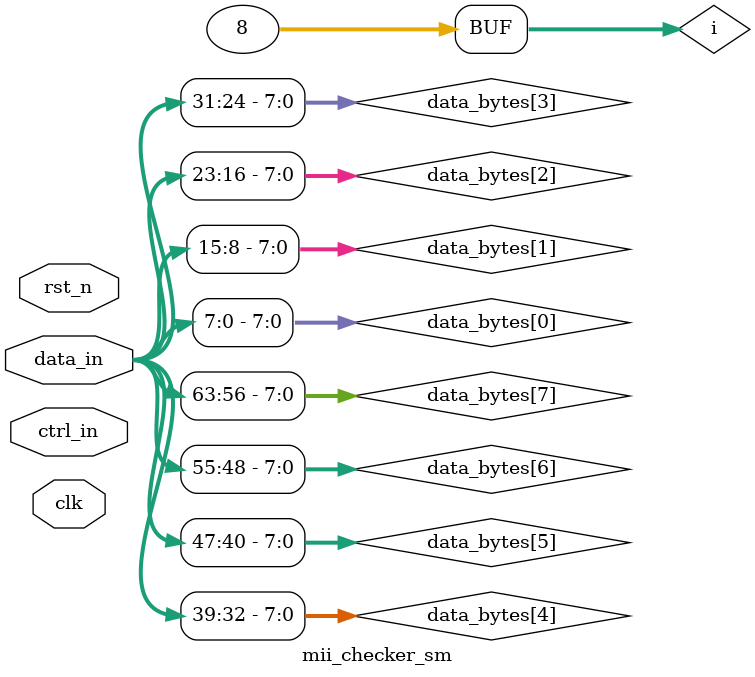
<source format=sv>
module mii_checker_sm #(parameter DATA_WIDTH = 64) (
    input logic clk,
    input logic rst_n,
    input logic [DATA_WIDTH/8-1:0] ctrl_in,  // Control signals per byte
    input logic [DATA_WIDTH-1:0] data_in     // Data bus
);

localparam [7:0]
    MII_IDLE  = 8'h07,
    MII_START = 8'hfb,
    MII_TERM  = 8'hfd,
    MII_ERROR = 8'hfe;

localparam [1:0]
    STATE_IDLE    = 2'd0,
    STATE_PAYLOAD = 2'd1,
    STATE_LAST    = 2'd2;

reg [1:0] state, state_next;
integer data_count, data_count_next, i;

// Temporary array to hold each byte of data_in
logic [7:0] data_bytes [7:0];

always_ff @(posedge clk or negedge rst_n) begin 
    if (!rst_n) begin
        state <= STATE_IDLE;
        data_count <= 0;
    end
    else begin
        state <= state_next;
        data_count <= data_count_next;
    end
end

// Populate data_bytes array with each byte of data_in
always_comb begin
    for (i = 0; i < 8; i++) begin
        data_bytes[i] = data_in[i*8 +: 8];
    end
end

always_comb begin 
    state_next = state;  // Default to current state
    data_count_next = data_count;

    case (state)
        STATE_IDLE: begin
            data_count_next = 0;
            if (ctrl_in[0] & (data_bytes[0] == MII_START)) begin
                state_next = STATE_PAYLOAD;
            end
        end
        STATE_PAYLOAD: begin
            for (i = 0; i < 8; i++) begin
                if (ctrl_in[i] && data_bytes[i] == MII_TERM) begin
                    state_next = STATE_IDLE;
                end
                else begin
                    data_count_next = data_count + 1;
                end
            end
        end
        STATE_LAST: begin
            state_next = STATE_IDLE;
        end
        default: begin
            state_next = STATE_IDLE;
        end
    endcase
end

endmodule

</source>
